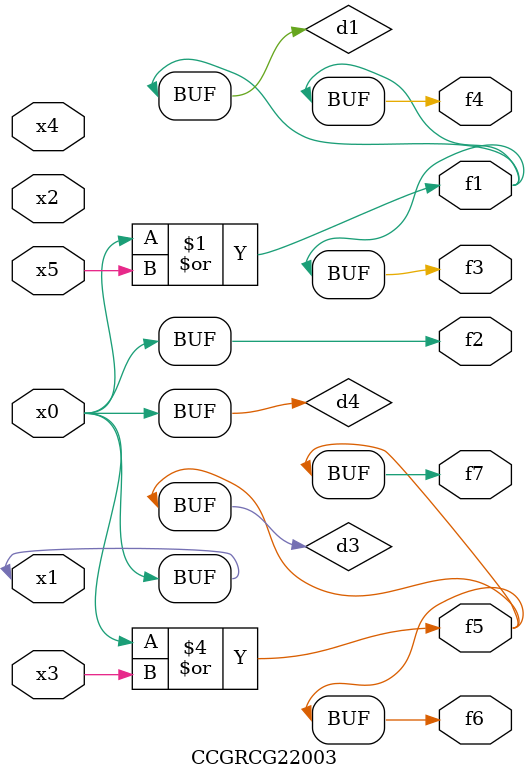
<source format=v>
module CCGRCG22003(
	input x0, x1, x2, x3, x4, x5,
	output f1, f2, f3, f4, f5, f6, f7
);

	wire d1, d2, d3, d4;

	or (d1, x0, x5);
	xnor (d2, x1, x4);
	or (d3, x0, x3);
	buf (d4, x0, x1);
	assign f1 = d1;
	assign f2 = d4;
	assign f3 = d1;
	assign f4 = d1;
	assign f5 = d3;
	assign f6 = d3;
	assign f7 = d3;
endmodule

</source>
